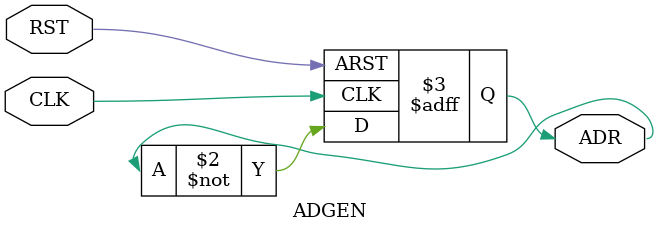
<source format=v>
module ADGEN (
    CLK, RST, ADR
);
    input CLK, RST;
    output wire ADR;
    
    always @(posedge CLK or posedge RST) begin
        if(RST) begin
            ADR <= 0;
        end
        else begin
            ADR <= ~ADR;
        end
    end
    
endmodule
</source>
